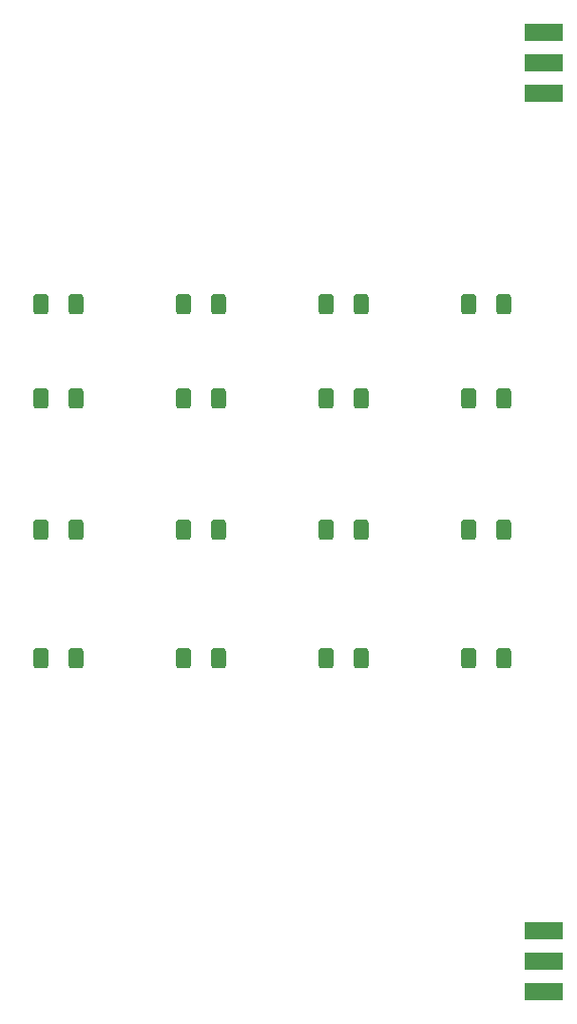
<source format=gbr>
%TF.GenerationSoftware,KiCad,Pcbnew,5.1.9-5.1.9*%
%TF.CreationDate,2021-05-17T13:06:36+03:00*%
%TF.ProjectId,lpf,6c70662e-6b69-4636-9164-5f7063625858,rev?*%
%TF.SameCoordinates,Original*%
%TF.FileFunction,Paste,Bot*%
%TF.FilePolarity,Positive*%
%FSLAX46Y46*%
G04 Gerber Fmt 4.6, Leading zero omitted, Abs format (unit mm)*
G04 Created by KiCad (PCBNEW 5.1.9-5.1.9) date 2021-05-17 13:06:36*
%MOMM*%
%LPD*%
G01*
G04 APERTURE LIST*
%ADD10R,3.500000X1.500000*%
G04 APERTURE END LIST*
D10*
%TO.C,J3*%
X163400000Y-145600000D03*
X163400000Y-140200000D03*
X163400000Y-142900000D03*
%TD*%
%TO.C,J2*%
X163400000Y-65700000D03*
X163400000Y-60300000D03*
X163400000Y-63000000D03*
%TD*%
%TO.C,C16*%
G36*
G01*
X159142000Y-116632002D02*
X159142000Y-115331998D01*
G75*
G02*
X159391998Y-115082000I249998J0D01*
G01*
X160217002Y-115082000D01*
G75*
G02*
X160467000Y-115331998I0J-249998D01*
G01*
X160467000Y-116632002D01*
G75*
G02*
X160217002Y-116882000I-249998J0D01*
G01*
X159391998Y-116882000D01*
G75*
G02*
X159142000Y-116632002I0J249998D01*
G01*
G37*
G36*
G01*
X156017000Y-116632002D02*
X156017000Y-115331998D01*
G75*
G02*
X156266998Y-115082000I249998J0D01*
G01*
X157092002Y-115082000D01*
G75*
G02*
X157342000Y-115331998I0J-249998D01*
G01*
X157342000Y-116632002D01*
G75*
G02*
X157092002Y-116882000I-249998J0D01*
G01*
X156266998Y-116882000D01*
G75*
G02*
X156017000Y-116632002I0J249998D01*
G01*
G37*
%TD*%
%TO.C,C15*%
G36*
G01*
X146442000Y-116632002D02*
X146442000Y-115331998D01*
G75*
G02*
X146691998Y-115082000I249998J0D01*
G01*
X147517002Y-115082000D01*
G75*
G02*
X147767000Y-115331998I0J-249998D01*
G01*
X147767000Y-116632002D01*
G75*
G02*
X147517002Y-116882000I-249998J0D01*
G01*
X146691998Y-116882000D01*
G75*
G02*
X146442000Y-116632002I0J249998D01*
G01*
G37*
G36*
G01*
X143317000Y-116632002D02*
X143317000Y-115331998D01*
G75*
G02*
X143566998Y-115082000I249998J0D01*
G01*
X144392002Y-115082000D01*
G75*
G02*
X144642000Y-115331998I0J-249998D01*
G01*
X144642000Y-116632002D01*
G75*
G02*
X144392002Y-116882000I-249998J0D01*
G01*
X143566998Y-116882000D01*
G75*
G02*
X143317000Y-116632002I0J249998D01*
G01*
G37*
%TD*%
%TO.C,C14*%
G36*
G01*
X133742000Y-116632002D02*
X133742000Y-115331998D01*
G75*
G02*
X133991998Y-115082000I249998J0D01*
G01*
X134817002Y-115082000D01*
G75*
G02*
X135067000Y-115331998I0J-249998D01*
G01*
X135067000Y-116632002D01*
G75*
G02*
X134817002Y-116882000I-249998J0D01*
G01*
X133991998Y-116882000D01*
G75*
G02*
X133742000Y-116632002I0J249998D01*
G01*
G37*
G36*
G01*
X130617000Y-116632002D02*
X130617000Y-115331998D01*
G75*
G02*
X130866998Y-115082000I249998J0D01*
G01*
X131692002Y-115082000D01*
G75*
G02*
X131942000Y-115331998I0J-249998D01*
G01*
X131942000Y-116632002D01*
G75*
G02*
X131692002Y-116882000I-249998J0D01*
G01*
X130866998Y-116882000D01*
G75*
G02*
X130617000Y-116632002I0J249998D01*
G01*
G37*
%TD*%
%TO.C,C13*%
G36*
G01*
X121042000Y-116632002D02*
X121042000Y-115331998D01*
G75*
G02*
X121291998Y-115082000I249998J0D01*
G01*
X122117002Y-115082000D01*
G75*
G02*
X122367000Y-115331998I0J-249998D01*
G01*
X122367000Y-116632002D01*
G75*
G02*
X122117002Y-116882000I-249998J0D01*
G01*
X121291998Y-116882000D01*
G75*
G02*
X121042000Y-116632002I0J249998D01*
G01*
G37*
G36*
G01*
X117917000Y-116632002D02*
X117917000Y-115331998D01*
G75*
G02*
X118166998Y-115082000I249998J0D01*
G01*
X118992002Y-115082000D01*
G75*
G02*
X119242000Y-115331998I0J-249998D01*
G01*
X119242000Y-116632002D01*
G75*
G02*
X118992002Y-116882000I-249998J0D01*
G01*
X118166998Y-116882000D01*
G75*
G02*
X117917000Y-116632002I0J249998D01*
G01*
G37*
%TD*%
%TO.C,C12*%
G36*
G01*
X159142000Y-105202002D02*
X159142000Y-103901998D01*
G75*
G02*
X159391998Y-103652000I249998J0D01*
G01*
X160217002Y-103652000D01*
G75*
G02*
X160467000Y-103901998I0J-249998D01*
G01*
X160467000Y-105202002D01*
G75*
G02*
X160217002Y-105452000I-249998J0D01*
G01*
X159391998Y-105452000D01*
G75*
G02*
X159142000Y-105202002I0J249998D01*
G01*
G37*
G36*
G01*
X156017000Y-105202002D02*
X156017000Y-103901998D01*
G75*
G02*
X156266998Y-103652000I249998J0D01*
G01*
X157092002Y-103652000D01*
G75*
G02*
X157342000Y-103901998I0J-249998D01*
G01*
X157342000Y-105202002D01*
G75*
G02*
X157092002Y-105452000I-249998J0D01*
G01*
X156266998Y-105452000D01*
G75*
G02*
X156017000Y-105202002I0J249998D01*
G01*
G37*
%TD*%
%TO.C,C11*%
G36*
G01*
X146442000Y-105202002D02*
X146442000Y-103901998D01*
G75*
G02*
X146691998Y-103652000I249998J0D01*
G01*
X147517002Y-103652000D01*
G75*
G02*
X147767000Y-103901998I0J-249998D01*
G01*
X147767000Y-105202002D01*
G75*
G02*
X147517002Y-105452000I-249998J0D01*
G01*
X146691998Y-105452000D01*
G75*
G02*
X146442000Y-105202002I0J249998D01*
G01*
G37*
G36*
G01*
X143317000Y-105202002D02*
X143317000Y-103901998D01*
G75*
G02*
X143566998Y-103652000I249998J0D01*
G01*
X144392002Y-103652000D01*
G75*
G02*
X144642000Y-103901998I0J-249998D01*
G01*
X144642000Y-105202002D01*
G75*
G02*
X144392002Y-105452000I-249998J0D01*
G01*
X143566998Y-105452000D01*
G75*
G02*
X143317000Y-105202002I0J249998D01*
G01*
G37*
%TD*%
%TO.C,C10*%
G36*
G01*
X133742000Y-105202002D02*
X133742000Y-103901998D01*
G75*
G02*
X133991998Y-103652000I249998J0D01*
G01*
X134817002Y-103652000D01*
G75*
G02*
X135067000Y-103901998I0J-249998D01*
G01*
X135067000Y-105202002D01*
G75*
G02*
X134817002Y-105452000I-249998J0D01*
G01*
X133991998Y-105452000D01*
G75*
G02*
X133742000Y-105202002I0J249998D01*
G01*
G37*
G36*
G01*
X130617000Y-105202002D02*
X130617000Y-103901998D01*
G75*
G02*
X130866998Y-103652000I249998J0D01*
G01*
X131692002Y-103652000D01*
G75*
G02*
X131942000Y-103901998I0J-249998D01*
G01*
X131942000Y-105202002D01*
G75*
G02*
X131692002Y-105452000I-249998J0D01*
G01*
X130866998Y-105452000D01*
G75*
G02*
X130617000Y-105202002I0J249998D01*
G01*
G37*
%TD*%
%TO.C,C9*%
G36*
G01*
X121042000Y-105202002D02*
X121042000Y-103901998D01*
G75*
G02*
X121291998Y-103652000I249998J0D01*
G01*
X122117002Y-103652000D01*
G75*
G02*
X122367000Y-103901998I0J-249998D01*
G01*
X122367000Y-105202002D01*
G75*
G02*
X122117002Y-105452000I-249998J0D01*
G01*
X121291998Y-105452000D01*
G75*
G02*
X121042000Y-105202002I0J249998D01*
G01*
G37*
G36*
G01*
X117917000Y-105202002D02*
X117917000Y-103901998D01*
G75*
G02*
X118166998Y-103652000I249998J0D01*
G01*
X118992002Y-103652000D01*
G75*
G02*
X119242000Y-103901998I0J-249998D01*
G01*
X119242000Y-105202002D01*
G75*
G02*
X118992002Y-105452000I-249998J0D01*
G01*
X118166998Y-105452000D01*
G75*
G02*
X117917000Y-105202002I0J249998D01*
G01*
G37*
%TD*%
%TO.C,C8*%
G36*
G01*
X159142000Y-93518002D02*
X159142000Y-92217998D01*
G75*
G02*
X159391998Y-91968000I249998J0D01*
G01*
X160217002Y-91968000D01*
G75*
G02*
X160467000Y-92217998I0J-249998D01*
G01*
X160467000Y-93518002D01*
G75*
G02*
X160217002Y-93768000I-249998J0D01*
G01*
X159391998Y-93768000D01*
G75*
G02*
X159142000Y-93518002I0J249998D01*
G01*
G37*
G36*
G01*
X156017000Y-93518002D02*
X156017000Y-92217998D01*
G75*
G02*
X156266998Y-91968000I249998J0D01*
G01*
X157092002Y-91968000D01*
G75*
G02*
X157342000Y-92217998I0J-249998D01*
G01*
X157342000Y-93518002D01*
G75*
G02*
X157092002Y-93768000I-249998J0D01*
G01*
X156266998Y-93768000D01*
G75*
G02*
X156017000Y-93518002I0J249998D01*
G01*
G37*
%TD*%
%TO.C,C7*%
G36*
G01*
X146442000Y-93518002D02*
X146442000Y-92217998D01*
G75*
G02*
X146691998Y-91968000I249998J0D01*
G01*
X147517002Y-91968000D01*
G75*
G02*
X147767000Y-92217998I0J-249998D01*
G01*
X147767000Y-93518002D01*
G75*
G02*
X147517002Y-93768000I-249998J0D01*
G01*
X146691998Y-93768000D01*
G75*
G02*
X146442000Y-93518002I0J249998D01*
G01*
G37*
G36*
G01*
X143317000Y-93518002D02*
X143317000Y-92217998D01*
G75*
G02*
X143566998Y-91968000I249998J0D01*
G01*
X144392002Y-91968000D01*
G75*
G02*
X144642000Y-92217998I0J-249998D01*
G01*
X144642000Y-93518002D01*
G75*
G02*
X144392002Y-93768000I-249998J0D01*
G01*
X143566998Y-93768000D01*
G75*
G02*
X143317000Y-93518002I0J249998D01*
G01*
G37*
%TD*%
%TO.C,C6*%
G36*
G01*
X133742000Y-93518002D02*
X133742000Y-92217998D01*
G75*
G02*
X133991998Y-91968000I249998J0D01*
G01*
X134817002Y-91968000D01*
G75*
G02*
X135067000Y-92217998I0J-249998D01*
G01*
X135067000Y-93518002D01*
G75*
G02*
X134817002Y-93768000I-249998J0D01*
G01*
X133991998Y-93768000D01*
G75*
G02*
X133742000Y-93518002I0J249998D01*
G01*
G37*
G36*
G01*
X130617000Y-93518002D02*
X130617000Y-92217998D01*
G75*
G02*
X130866998Y-91968000I249998J0D01*
G01*
X131692002Y-91968000D01*
G75*
G02*
X131942000Y-92217998I0J-249998D01*
G01*
X131942000Y-93518002D01*
G75*
G02*
X131692002Y-93768000I-249998J0D01*
G01*
X130866998Y-93768000D01*
G75*
G02*
X130617000Y-93518002I0J249998D01*
G01*
G37*
%TD*%
%TO.C,C5*%
G36*
G01*
X121042000Y-93518002D02*
X121042000Y-92217998D01*
G75*
G02*
X121291998Y-91968000I249998J0D01*
G01*
X122117002Y-91968000D01*
G75*
G02*
X122367000Y-92217998I0J-249998D01*
G01*
X122367000Y-93518002D01*
G75*
G02*
X122117002Y-93768000I-249998J0D01*
G01*
X121291998Y-93768000D01*
G75*
G02*
X121042000Y-93518002I0J249998D01*
G01*
G37*
G36*
G01*
X117917000Y-93518002D02*
X117917000Y-92217998D01*
G75*
G02*
X118166998Y-91968000I249998J0D01*
G01*
X118992002Y-91968000D01*
G75*
G02*
X119242000Y-92217998I0J-249998D01*
G01*
X119242000Y-93518002D01*
G75*
G02*
X118992002Y-93768000I-249998J0D01*
G01*
X118166998Y-93768000D01*
G75*
G02*
X117917000Y-93518002I0J249998D01*
G01*
G37*
%TD*%
%TO.C,C4*%
G36*
G01*
X159142000Y-85136002D02*
X159142000Y-83835998D01*
G75*
G02*
X159391998Y-83586000I249998J0D01*
G01*
X160217002Y-83586000D01*
G75*
G02*
X160467000Y-83835998I0J-249998D01*
G01*
X160467000Y-85136002D01*
G75*
G02*
X160217002Y-85386000I-249998J0D01*
G01*
X159391998Y-85386000D01*
G75*
G02*
X159142000Y-85136002I0J249998D01*
G01*
G37*
G36*
G01*
X156017000Y-85136002D02*
X156017000Y-83835998D01*
G75*
G02*
X156266998Y-83586000I249998J0D01*
G01*
X157092002Y-83586000D01*
G75*
G02*
X157342000Y-83835998I0J-249998D01*
G01*
X157342000Y-85136002D01*
G75*
G02*
X157092002Y-85386000I-249998J0D01*
G01*
X156266998Y-85386000D01*
G75*
G02*
X156017000Y-85136002I0J249998D01*
G01*
G37*
%TD*%
%TO.C,C3*%
G36*
G01*
X146442000Y-85136002D02*
X146442000Y-83835998D01*
G75*
G02*
X146691998Y-83586000I249998J0D01*
G01*
X147517002Y-83586000D01*
G75*
G02*
X147767000Y-83835998I0J-249998D01*
G01*
X147767000Y-85136002D01*
G75*
G02*
X147517002Y-85386000I-249998J0D01*
G01*
X146691998Y-85386000D01*
G75*
G02*
X146442000Y-85136002I0J249998D01*
G01*
G37*
G36*
G01*
X143317000Y-85136002D02*
X143317000Y-83835998D01*
G75*
G02*
X143566998Y-83586000I249998J0D01*
G01*
X144392002Y-83586000D01*
G75*
G02*
X144642000Y-83835998I0J-249998D01*
G01*
X144642000Y-85136002D01*
G75*
G02*
X144392002Y-85386000I-249998J0D01*
G01*
X143566998Y-85386000D01*
G75*
G02*
X143317000Y-85136002I0J249998D01*
G01*
G37*
%TD*%
%TO.C,C2*%
G36*
G01*
X133742000Y-85136002D02*
X133742000Y-83835998D01*
G75*
G02*
X133991998Y-83586000I249998J0D01*
G01*
X134817002Y-83586000D01*
G75*
G02*
X135067000Y-83835998I0J-249998D01*
G01*
X135067000Y-85136002D01*
G75*
G02*
X134817002Y-85386000I-249998J0D01*
G01*
X133991998Y-85386000D01*
G75*
G02*
X133742000Y-85136002I0J249998D01*
G01*
G37*
G36*
G01*
X130617000Y-85136002D02*
X130617000Y-83835998D01*
G75*
G02*
X130866998Y-83586000I249998J0D01*
G01*
X131692002Y-83586000D01*
G75*
G02*
X131942000Y-83835998I0J-249998D01*
G01*
X131942000Y-85136002D01*
G75*
G02*
X131692002Y-85386000I-249998J0D01*
G01*
X130866998Y-85386000D01*
G75*
G02*
X130617000Y-85136002I0J249998D01*
G01*
G37*
%TD*%
%TO.C,C1*%
G36*
G01*
X121042000Y-85136002D02*
X121042000Y-83835998D01*
G75*
G02*
X121291998Y-83586000I249998J0D01*
G01*
X122117002Y-83586000D01*
G75*
G02*
X122367000Y-83835998I0J-249998D01*
G01*
X122367000Y-85136002D01*
G75*
G02*
X122117002Y-85386000I-249998J0D01*
G01*
X121291998Y-85386000D01*
G75*
G02*
X121042000Y-85136002I0J249998D01*
G01*
G37*
G36*
G01*
X117917000Y-85136002D02*
X117917000Y-83835998D01*
G75*
G02*
X118166998Y-83586000I249998J0D01*
G01*
X118992002Y-83586000D01*
G75*
G02*
X119242000Y-83835998I0J-249998D01*
G01*
X119242000Y-85136002D01*
G75*
G02*
X118992002Y-85386000I-249998J0D01*
G01*
X118166998Y-85386000D01*
G75*
G02*
X117917000Y-85136002I0J249998D01*
G01*
G37*
%TD*%
M02*

</source>
